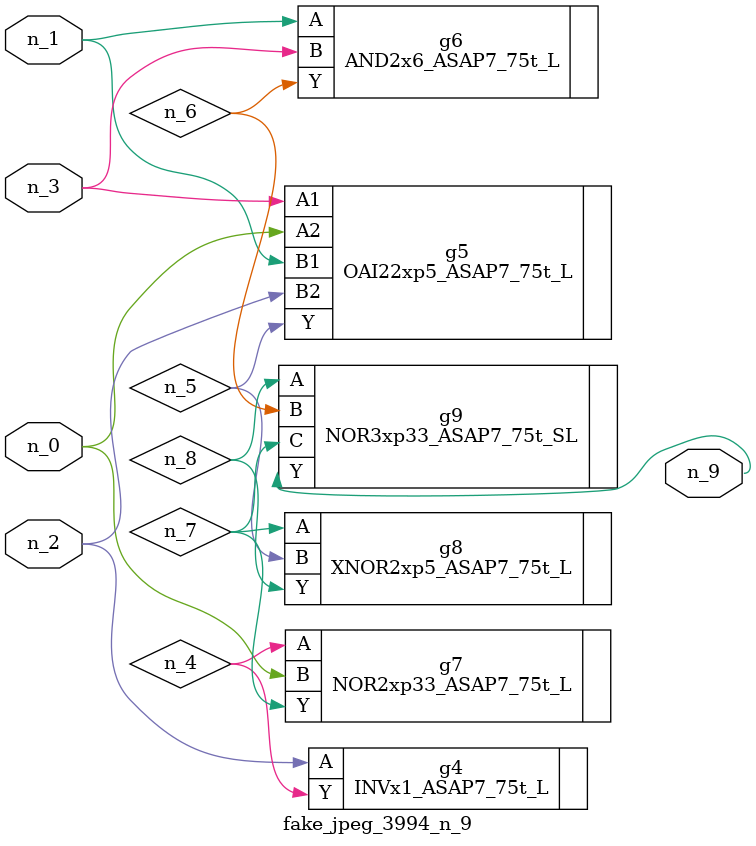
<source format=v>
module fake_jpeg_3994_n_9 (n_0, n_3, n_2, n_1, n_9);

input n_0;
input n_3;
input n_2;
input n_1;

output n_9;

wire n_4;
wire n_8;
wire n_6;
wire n_5;
wire n_7;

INVx1_ASAP7_75t_L g4 ( 
.A(n_2),
.Y(n_4)
);

OAI22xp5_ASAP7_75t_L g5 ( 
.A1(n_3),
.A2(n_0),
.B1(n_1),
.B2(n_2),
.Y(n_5)
);

AND2x6_ASAP7_75t_L g6 ( 
.A(n_1),
.B(n_3),
.Y(n_6)
);

NOR2xp33_ASAP7_75t_L g7 ( 
.A(n_4),
.B(n_0),
.Y(n_7)
);

XNOR2xp5_ASAP7_75t_L g8 ( 
.A(n_7),
.B(n_5),
.Y(n_8)
);

NOR3xp33_ASAP7_75t_SL g9 ( 
.A(n_8),
.B(n_6),
.C(n_7),
.Y(n_9)
);


endmodule
</source>
